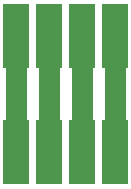
<source format=gbs>
G04 #@! TF.FileFunction,Soldermask,Bot*
%FSLAX46Y46*%
G04 Gerber Fmt 4.6, Leading zero omitted, Abs format (unit mm)*
G04 Created by KiCad (PCBNEW 4.0.5) date 08/14/17 09:26:25*
%MOMM*%
%LPD*%
G01*
G04 APERTURE LIST*
%ADD10C,0.100000*%
%ADD11C,1.800000*%
%ADD12R,2.178000X5.480000*%
G04 APERTURE END LIST*
D10*
D11*
X135763000Y-105410000D02*
X135763000Y-109728000D01*
X138557000Y-105410000D02*
X138557000Y-109728000D01*
X141351000Y-105410000D02*
X141351000Y-109728000D01*
X144145000Y-105410000D02*
X144145000Y-109728000D01*
D12*
X144145000Y-112460000D03*
X141351000Y-112460000D03*
X138557000Y-112460000D03*
X135763000Y-112460000D03*
X135763000Y-102667000D03*
X138557000Y-102667000D03*
X141351000Y-102667000D03*
X144145000Y-102667000D03*
M02*

</source>
